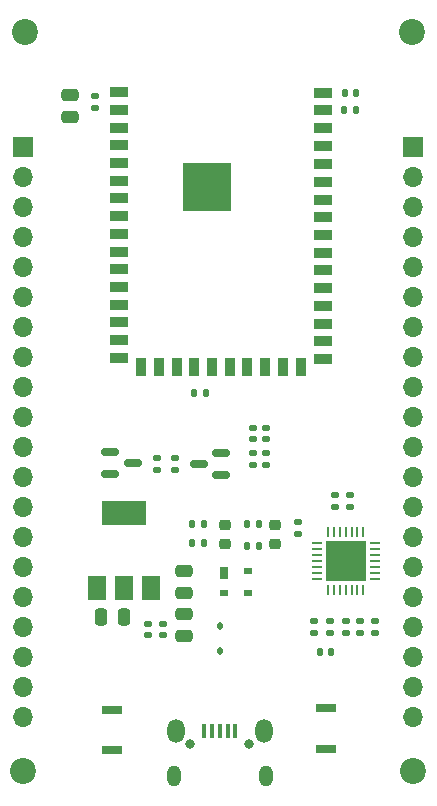
<source format=gbr>
%TF.GenerationSoftware,KiCad,Pcbnew,7.0.2*%
%TF.CreationDate,2023-06-11T17:42:07-04:00*%
%TF.ProjectId,SoftProject,536f6674-5072-46f6-9a65-63742e6b6963,rev?*%
%TF.SameCoordinates,Original*%
%TF.FileFunction,Soldermask,Top*%
%TF.FilePolarity,Negative*%
%FSLAX46Y46*%
G04 Gerber Fmt 4.6, Leading zero omitted, Abs format (unit mm)*
G04 Created by KiCad (PCBNEW 7.0.2) date 2023-06-11 17:42:07*
%MOMM*%
%LPD*%
G01*
G04 APERTURE LIST*
G04 Aperture macros list*
%AMRoundRect*
0 Rectangle with rounded corners*
0 $1 Rounding radius*
0 $2 $3 $4 $5 $6 $7 $8 $9 X,Y pos of 4 corners*
0 Add a 4 corners polygon primitive as box body*
4,1,4,$2,$3,$4,$5,$6,$7,$8,$9,$2,$3,0*
0 Add four circle primitives for the rounded corners*
1,1,$1+$1,$2,$3*
1,1,$1+$1,$4,$5*
1,1,$1+$1,$6,$7*
1,1,$1+$1,$8,$9*
0 Add four rect primitives between the rounded corners*
20,1,$1+$1,$2,$3,$4,$5,0*
20,1,$1+$1,$4,$5,$6,$7,0*
20,1,$1+$1,$6,$7,$8,$9,0*
20,1,$1+$1,$8,$9,$2,$3,0*%
G04 Aperture macros list end*
%ADD10R,1.700000X0.800000*%
%ADD11RoundRect,0.112500X-0.112500X0.187500X-0.112500X-0.187500X0.112500X-0.187500X0.112500X0.187500X0*%
%ADD12R,1.500000X2.000000*%
%ADD13R,3.800000X2.000000*%
%ADD14RoundRect,0.140000X0.170000X-0.140000X0.170000X0.140000X-0.170000X0.140000X-0.170000X-0.140000X0*%
%ADD15RoundRect,0.135000X0.185000X-0.135000X0.185000X0.135000X-0.185000X0.135000X-0.185000X-0.135000X0*%
%ADD16RoundRect,0.250000X0.250000X0.475000X-0.250000X0.475000X-0.250000X-0.475000X0.250000X-0.475000X0*%
%ADD17RoundRect,0.062500X-0.337500X-0.062500X0.337500X-0.062500X0.337500X0.062500X-0.337500X0.062500X0*%
%ADD18RoundRect,0.062500X-0.062500X-0.337500X0.062500X-0.337500X0.062500X0.337500X-0.062500X0.337500X0*%
%ADD19R,3.350000X3.350000*%
%ADD20C,2.200000*%
%ADD21RoundRect,0.250000X-0.475000X0.250000X-0.475000X-0.250000X0.475000X-0.250000X0.475000X0.250000X0*%
%ADD22RoundRect,0.218750X0.256250X-0.218750X0.256250X0.218750X-0.256250X0.218750X-0.256250X-0.218750X0*%
%ADD23O,0.800000X0.800000*%
%ADD24R,0.450000X1.300000*%
%ADD25O,1.150000X1.800000*%
%ADD26O,1.450000X2.000000*%
%ADD27RoundRect,0.135000X-0.135000X-0.185000X0.135000X-0.185000X0.135000X0.185000X-0.135000X0.185000X0*%
%ADD28RoundRect,0.135000X-0.185000X0.135000X-0.185000X-0.135000X0.185000X-0.135000X0.185000X0.135000X0*%
%ADD29R,0.700000X1.000000*%
%ADD30R,0.700000X0.600000*%
%ADD31RoundRect,0.150000X-0.587500X-0.150000X0.587500X-0.150000X0.587500X0.150000X-0.587500X0.150000X0*%
%ADD32RoundRect,0.140000X-0.140000X-0.170000X0.140000X-0.170000X0.140000X0.170000X-0.140000X0.170000X0*%
%ADD33RoundRect,0.135000X0.135000X0.185000X-0.135000X0.185000X-0.135000X-0.185000X0.135000X-0.185000X0*%
%ADD34R,1.500000X0.900000*%
%ADD35R,0.900000X1.500000*%
%ADD36R,4.100000X4.100000*%
%ADD37RoundRect,0.250000X0.475000X-0.250000X0.475000X0.250000X-0.475000X0.250000X-0.475000X-0.250000X0*%
%ADD38RoundRect,0.150000X0.587500X0.150000X-0.587500X0.150000X-0.587500X-0.150000X0.587500X-0.150000X0*%
%ADD39RoundRect,0.225000X0.250000X-0.225000X0.250000X0.225000X-0.250000X0.225000X-0.250000X-0.225000X0*%
%ADD40R,1.700000X1.700000*%
%ADD41O,1.700000X1.700000*%
%ADD42RoundRect,0.140000X-0.170000X0.140000X-0.170000X-0.140000X0.170000X-0.140000X0.170000X0.140000X0*%
%ADD43RoundRect,0.140000X0.140000X0.170000X-0.140000X0.170000X-0.140000X-0.170000X0.140000X-0.170000X0*%
G04 APERTURE END LIST*
D10*
%TO.C,SW2*%
X103632000Y-113890000D03*
X103632000Y-110490000D03*
%TD*%
%TO.C,SW1*%
X85471000Y-114017000D03*
X85471000Y-110617000D03*
%TD*%
D11*
%TO.C,D3*%
X94615000Y-103505000D03*
X94615000Y-105605000D03*
%TD*%
D12*
%TO.C,U2*%
X84187000Y-100280000D03*
X86487000Y-100280000D03*
D13*
X86487000Y-93980000D03*
D12*
X88787000Y-100280000D03*
%TD*%
D14*
%TO.C,C11*%
X98552000Y-87701000D03*
X98552000Y-86741000D03*
%TD*%
D15*
%TO.C,R6*%
X97409000Y-89920000D03*
X97409000Y-88900000D03*
%TD*%
D14*
%TO.C,C1*%
X84074000Y-59634000D03*
X84074000Y-58674000D03*
%TD*%
D16*
%TO.C,C6*%
X86487000Y-102743000D03*
X84587000Y-102743000D03*
%TD*%
D17*
%TO.C,U3*%
X102810000Y-96521000D03*
X102810000Y-97021000D03*
X102810000Y-97521000D03*
X102810000Y-98021000D03*
X102810000Y-98521000D03*
X102810000Y-99021000D03*
X102810000Y-99521000D03*
D18*
X103760000Y-100471000D03*
X104260000Y-100471000D03*
X104760000Y-100471000D03*
X105260000Y-100471000D03*
X105760000Y-100471000D03*
X106260000Y-100471000D03*
X106760000Y-100471000D03*
D17*
X107710000Y-99521000D03*
X107710000Y-99021000D03*
X107710000Y-98521000D03*
X107710000Y-98021000D03*
X107710000Y-97521000D03*
X107710000Y-97021000D03*
X107710000Y-96521000D03*
D18*
X106760000Y-95571000D03*
X106260000Y-95571000D03*
X105760000Y-95571000D03*
X105260000Y-95571000D03*
X104760000Y-95571000D03*
X104260000Y-95571000D03*
X103760000Y-95571000D03*
D19*
X105260000Y-98021000D03*
%TD*%
D20*
%TO.C,H4*%
X110998000Y-115824000D03*
%TD*%
D21*
%TO.C,C10*%
X91567000Y-102489000D03*
X91567000Y-104389000D03*
%TD*%
D22*
%TO.C,D1*%
X95077000Y-96571000D03*
X95077000Y-94996000D03*
%TD*%
D23*
%TO.C,J1*%
X92110000Y-113481600D03*
X97110000Y-113481600D03*
D24*
X93310000Y-112381600D03*
X93960000Y-112381600D03*
X94610000Y-112381600D03*
X95260000Y-112381600D03*
X95910000Y-112381600D03*
D25*
X90735000Y-116231600D03*
D26*
X90885000Y-112431600D03*
X98335000Y-112431600D03*
D25*
X98485000Y-116231600D03*
%TD*%
D27*
%TO.C,R3*%
X92279000Y-94869000D03*
X93299000Y-94869000D03*
%TD*%
D28*
%TO.C,R15*%
X105664000Y-92456000D03*
X105664000Y-93476000D03*
%TD*%
D20*
%TO.C,H2*%
X110871000Y-53213000D03*
%TD*%
%TO.C,H3*%
X77978000Y-115824000D03*
%TD*%
D29*
%TO.C,D2*%
X94982000Y-99056000D03*
D30*
X94982000Y-100756000D03*
X96982000Y-100756000D03*
X96982000Y-98856000D03*
%TD*%
D14*
%TO.C,C4*%
X89789000Y-104267000D03*
X89789000Y-103307000D03*
%TD*%
D31*
%TO.C,Q1*%
X85344000Y-88773000D03*
X85344000Y-90673000D03*
X87219000Y-89723000D03*
%TD*%
D15*
%TO.C,R9*%
X102616000Y-104093000D03*
X102616000Y-103073000D03*
%TD*%
D32*
%TO.C,C7*%
X92283000Y-96520000D03*
X93243000Y-96520000D03*
%TD*%
D33*
%TO.C,R1*%
X106172000Y-59817000D03*
X105152000Y-59817000D03*
%TD*%
D20*
%TO.C,H1*%
X78105000Y-53213000D03*
%TD*%
D28*
%TO.C,R14*%
X104394000Y-92456000D03*
X104394000Y-93476000D03*
%TD*%
D15*
%TO.C,R8*%
X106507000Y-104095000D03*
X106507000Y-103075000D03*
%TD*%
D27*
%TO.C,R17*%
X96897000Y-96774000D03*
X97917000Y-96774000D03*
%TD*%
D28*
%TO.C,R10*%
X103967000Y-103073000D03*
X103967000Y-104093000D03*
%TD*%
D34*
%TO.C,U1*%
X86067000Y-58317000D03*
X86067000Y-59817000D03*
X86067000Y-61317000D03*
X86067000Y-62817000D03*
X86067000Y-64317000D03*
X86067000Y-65817000D03*
X86067000Y-67317000D03*
X86067000Y-68817000D03*
X86067000Y-70317000D03*
X86067000Y-71817000D03*
X86067000Y-73317000D03*
X86067000Y-74817000D03*
X86067000Y-76317000D03*
X86067000Y-77817000D03*
X86067000Y-79317000D03*
X86067000Y-80817000D03*
D35*
X87942000Y-81567000D03*
X89442000Y-81567000D03*
X90942000Y-81567000D03*
X92442000Y-81567000D03*
X93942000Y-81567000D03*
X95442000Y-81567000D03*
X96942000Y-81567000D03*
X98442000Y-81567000D03*
X99942000Y-81567000D03*
X101442000Y-81567000D03*
D34*
X103317000Y-80917000D03*
X103317000Y-79417000D03*
X103317000Y-77917000D03*
X103317000Y-76417000D03*
X103317000Y-74917000D03*
X103317000Y-73417000D03*
X103317000Y-71917000D03*
X103317000Y-70417000D03*
X103317000Y-68917000D03*
X103317000Y-67417000D03*
X103317000Y-65917000D03*
X103317000Y-64417000D03*
X103317000Y-62917000D03*
X103317000Y-61317000D03*
X103317000Y-59817000D03*
X103317000Y-58417000D03*
D36*
X93502000Y-66357000D03*
%TD*%
D32*
%TO.C,C9*%
X103053000Y-105742000D03*
X104013000Y-105742000D03*
%TD*%
D37*
%TO.C,C5*%
X91567000Y-100761800D03*
X91567000Y-98861800D03*
%TD*%
D38*
%TO.C,Q2*%
X94712000Y-90739000D03*
X94712000Y-88839000D03*
X92837000Y-89789000D03*
%TD*%
D39*
%TO.C,C13*%
X99314000Y-96546000D03*
X99314000Y-94996000D03*
%TD*%
D28*
%TO.C,R13*%
X107777000Y-103075000D03*
X107777000Y-104095000D03*
%TD*%
D15*
%TO.C,R12*%
X90805000Y-90297000D03*
X90805000Y-89277000D03*
%TD*%
D40*
%TO.C,J3*%
X110998000Y-62992000D03*
D41*
X110998000Y-65532000D03*
X110998000Y-68072000D03*
X110998000Y-70612000D03*
X110998000Y-73152000D03*
X110998000Y-75692000D03*
X110998000Y-78232000D03*
X110998000Y-80772000D03*
X110998000Y-83312000D03*
X110998000Y-85852000D03*
X110998000Y-88392000D03*
X110998000Y-90932000D03*
X110998000Y-93472000D03*
X110998000Y-96012000D03*
X110998000Y-98552000D03*
X110998000Y-101092000D03*
X110998000Y-103632000D03*
X110998000Y-106172000D03*
X110998000Y-108712000D03*
X110998000Y-111252000D03*
%TD*%
D15*
%TO.C,R11*%
X89281000Y-90295000D03*
X89281000Y-89275000D03*
%TD*%
D14*
%TO.C,C12*%
X97409000Y-87680200D03*
X97409000Y-86720200D03*
%TD*%
D37*
%TO.C,C2*%
X81915000Y-60447000D03*
X81915000Y-58547000D03*
%TD*%
D27*
%TO.C,R16*%
X96895000Y-94869000D03*
X97915000Y-94869000D03*
%TD*%
D42*
%TO.C,C15*%
X105283000Y-103124000D03*
X105283000Y-104084000D03*
%TD*%
D40*
%TO.C,J4*%
X77978000Y-62992000D03*
D41*
X77978000Y-65532000D03*
X77978000Y-68072000D03*
X77978000Y-70612000D03*
X77978000Y-73152000D03*
X77978000Y-75692000D03*
X77978000Y-78232000D03*
X77978000Y-80772000D03*
X77978000Y-83312000D03*
X77978000Y-85852000D03*
X77978000Y-88392000D03*
X77978000Y-90932000D03*
X77978000Y-93472000D03*
X77978000Y-96012000D03*
X77978000Y-98552000D03*
X77978000Y-101092000D03*
X77978000Y-103632000D03*
X77978000Y-106172000D03*
X77978000Y-108712000D03*
X77978000Y-111252000D03*
%TD*%
D15*
%TO.C,R5*%
X98552000Y-89920000D03*
X98552000Y-88900000D03*
%TD*%
D14*
%TO.C,C14*%
X101219000Y-95702000D03*
X101219000Y-94742000D03*
%TD*%
D27*
%TO.C,R2*%
X92452000Y-83820000D03*
X93472000Y-83820000D03*
%TD*%
D42*
%TO.C,C8*%
X88519000Y-103307000D03*
X88519000Y-104267000D03*
%TD*%
D43*
%TO.C,C3*%
X106172000Y-58420000D03*
X105212000Y-58420000D03*
%TD*%
M02*

</source>
